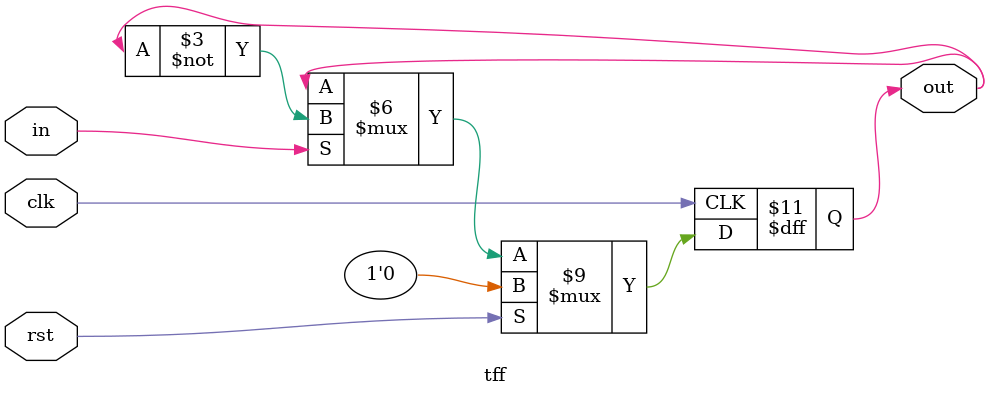
<source format=v>
module tff(in,out,clk,rst);
input in,clk,rst;
output reg out;
initial 
begin
out=0;
end
always @(posedge clk)
begin
if(rst)
begin
out<=1'b0;
end
else if(in==0)
begin
out<=out;
end
else
begin
out<=~out;
end
end
endmodule
</source>
